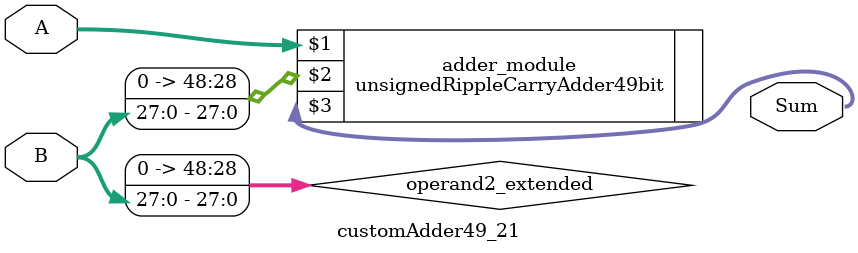
<source format=v>
module customAdder49_21(
                        input [48 : 0] A,
                        input [27 : 0] B,
                        
                        output [49 : 0] Sum
                );

        wire [48 : 0] operand2_extended;
        
        assign operand2_extended =  {21'b0, B};
        
        unsignedRippleCarryAdder49bit adder_module(
            A,
            operand2_extended,
            Sum
        );
        
        endmodule
        
</source>
